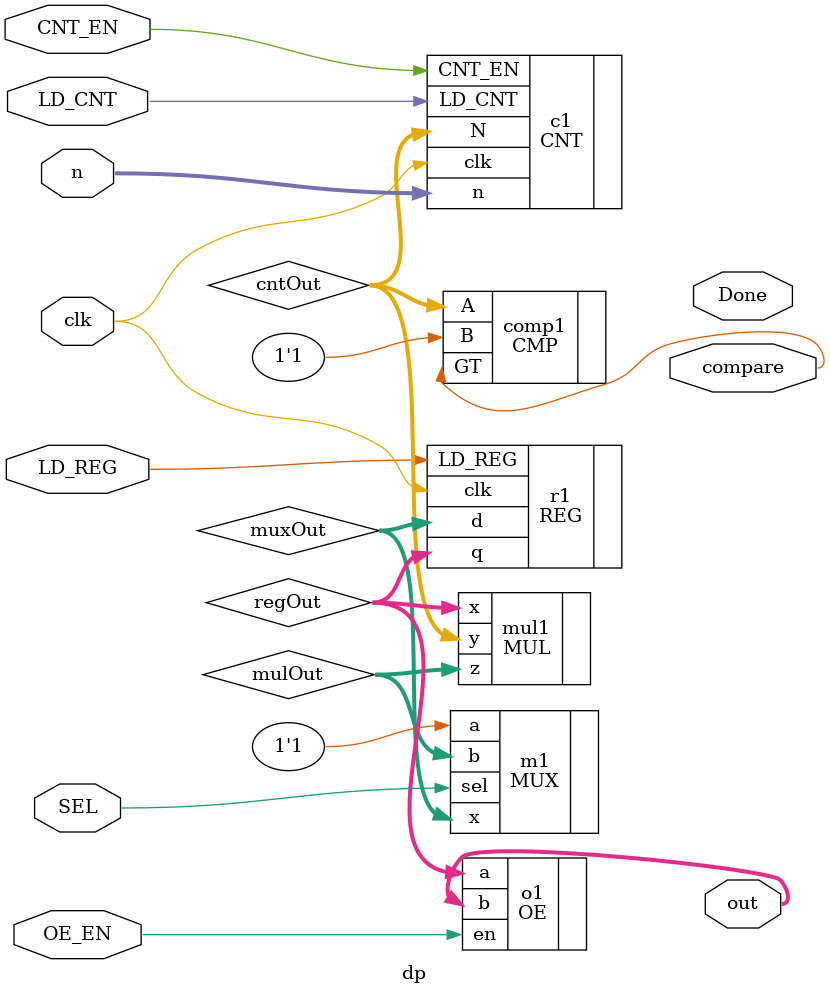
<source format=v>
module dp(
	input [3:0] n,
	input clk, SEL, CNT_EN, LD_CNT, LD_REG, OE_EN,
	output [31:0] out,
	output compare, Done
	);

wire [31:0] mulOut;
wire [31:0] muxOut;
wire [31:0] regOut;
wire [31:0] cntOut;


MUX m1(
	.a(1'b1), .b(mulOut),
	.sel(SEL),
	.x(muxOut)
	);

REG r1(
	.d(muxOut), 
	.clk(clk), .LD_REG(LD_REG), 
	.q(regOut)
	);

MUL mul1(
	.x(regOut), .y(cntOut),
	.z(mulOut)
	);

CNT c1(
	.clk(clk), .CNT_EN(CNT_EN), .LD_CNT(LD_CNT),
	.n(n),
	.N(cntOut)
	);

OE o1(
	.a(regOut), .en(OE_EN),
	.b(out)
	);

CMP comp1(
	.A(cntOut), .B(1'b1),
	.GT(compare));

endmodule



</source>
